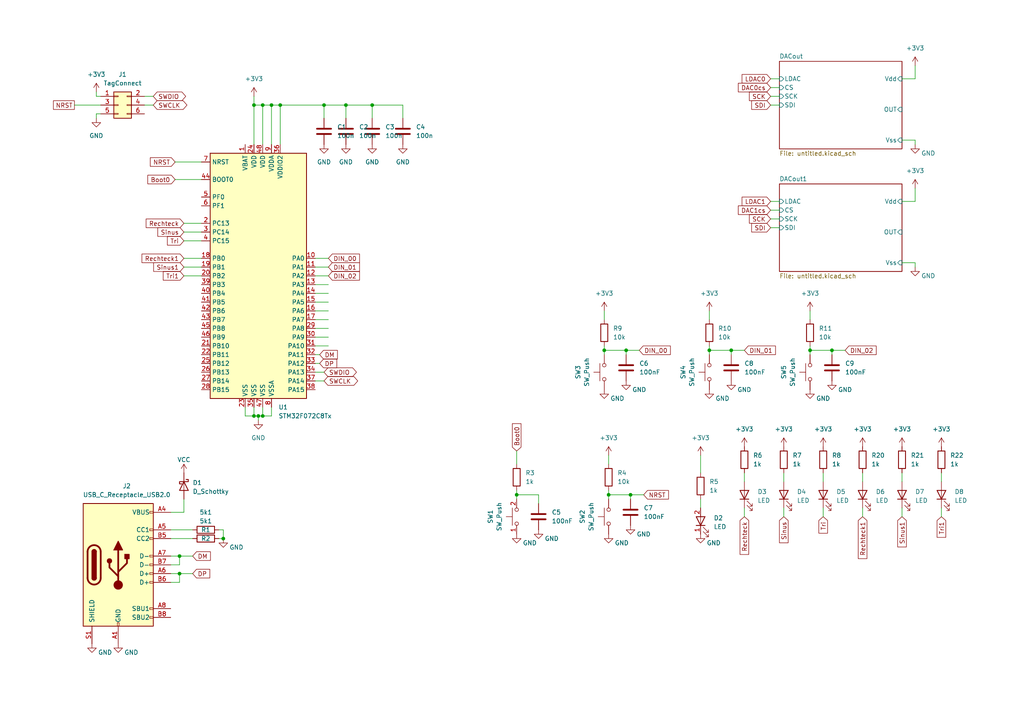
<source format=kicad_sch>
(kicad_sch (version 20231120) (generator "eeschema") (generator_version "8.0")
  (paper "A4")
  (lib_symbols
    (symbol "Connector:USB_C_Receptacle_USB2.0" (pin_names (offset 1.016))
      (property "Reference" "J" (at -10.16 19.05 0))
      (property "Value" "USB_C_Receptacle_USB2.0" (at 19.05 19.05 0))
      (symbol "USB_C_Receptacle_USB2.0_0_0"
        (rectangle (start -0.254 -17.78) (end 0.254 -16.764))
        (rectangle (start 10.16 -14.986) (end 9.144 -15.494))
        (rectangle (start 10.16 -12.446) (end 9.144 -12.954))
        (rectangle (start 10.16 -4.826) (end 9.144 -5.334))
        (rectangle (start 10.16 -2.286) (end 9.144 -2.794))
        (rectangle (start 10.16 0.254) (end 9.144 -0.254))
        (rectangle (start 10.16 2.794) (end 9.144 2.286))
        (rectangle (start 10.16 7.874) (end 9.144 7.366))
        (rectangle (start 10.16 10.414) (end 9.144 9.906))
        (rectangle (start 10.16 15.494) (end 9.144 14.986))
      )
      (symbol "USB_C_Receptacle_USB2.0_0_1"
        (rectangle (start -10.16 17.78) (end 10.16 -17.78) (stroke (width 0.254)) (fill (type background)))
        (arc (start -8.89 -3.81) (mid -6.985 -5.7067) (end -5.08 -3.81) (stroke (width 0.508)))
        (arc (start -7.62 -3.81) (mid -6.985 -4.4423) (end -6.35 -3.81) (stroke (width 0.254)))
        (arc (start -7.62 -3.81) (mid -6.985 -4.4423) (end -6.35 -3.81) (stroke (width 0.254)) (fill (type outline)))
        (rectangle (start -7.62 -3.81) (end -6.35 3.81) (stroke (width 0.254)) (fill (type outline)))
        (arc (start -6.35 3.81) (mid -6.985 4.4423) (end -7.62 3.81) (stroke (width 0.254)))
        (arc (start -6.35 3.81) (mid -6.985 4.4423) (end -7.62 3.81) (stroke (width 0.254)) (fill (type outline)))
        (arc (start -5.08 3.81) (mid -6.985 5.7067) (end -8.89 3.81) (stroke (width 0.508)))
        (circle (center -2.54 1.143) (radius 0.635) (stroke (width 0.254)) (fill (type outline)))
        (circle (center 0 -5.842) (radius 1.27) (fill (type outline)))
        (polyline (pts (xy -8.89 -3.81) (xy -8.89 3.81)) (stroke (width 0.508)))
        (polyline (pts (xy -5.08 3.81) (xy -5.08 -3.81)) (stroke (width 0.508)))
        (polyline (pts (xy 0 -5.842) (xy 0 4.318)) (stroke (width 0.508)))
        (polyline (pts (xy 0 -3.302) (xy -2.54 -0.762) (xy -2.54 0.508)) (stroke (width 0.508)))
        (polyline (pts (xy 0 -2.032) (xy 2.54 0.508) (xy 2.54 1.778)) (stroke (width 0.508)))
        (polyline (pts (xy -1.27 4.318) (xy 0 6.858) (xy 1.27 4.318) (xy -1.27 4.318)) (stroke (width 0.254)) (fill (type outline)))
        (rectangle (start 1.905 1.778) (end 3.175 3.048) (stroke (width 0.254)) (fill (type outline)))
      )
      (symbol "USB_C_Receptacle_USB2.0_1_1"
        (pin passive line (at 0 -22.86 90) (length 5.08) (name "GND") (number "A1"))
        (pin passive line (at 0 -22.86 90) (length 5.08) hide (name "GND") (number "A12"))
        (pin passive line (at 15.24 15.24 180) (length 5.08) (name "VBUS") (number "A4"))
        (pin bidirectional line (at 15.24 10.16 180) (length 5.08) (name "CC1") (number "A5"))
        (pin bidirectional line (at 15.24 -2.54 180) (length 5.08) (name "D+") (number "A6"))
        (pin bidirectional line (at 15.24 2.54 180) (length 5.08) (name "D-") (number "A7"))
        (pin bidirectional line (at 15.24 -12.7 180) (length 5.08) (name "SBU1") (number "A8"))
        (pin passive line (at 15.24 15.24 180) (length 5.08) hide (name "VBUS") (number "A9"))
        (pin passive line (at 0 -22.86 90) (length 5.08) hide (name "GND") (number "B1"))
        (pin passive line (at 0 -22.86 90) (length 5.08) hide (name "GND") (number "B12"))
        (pin passive line (at 15.24 15.24 180) (length 5.08) hide (name "VBUS") (number "B4"))
        (pin bidirectional line (at 15.24 7.62 180) (length 5.08) (name "CC2") (number "B5"))
        (pin bidirectional line (at 15.24 -5.08 180) (length 5.08) (name "D+") (number "B6"))
        (pin bidirectional line (at 15.24 0 180) (length 5.08) (name "D-") (number "B7"))
        (pin bidirectional line (at 15.24 -15.24 180) (length 5.08) (name "SBU2") (number "B8"))
        (pin passive line (at 15.24 15.24 180) (length 5.08) hide (name "VBUS") (number "B9"))
        (pin passive line (at -7.62 -22.86 90) (length 5.08) (name "SHIELD") (number "S1"))
      )
    )
    (symbol "Connector_Generic:Conn_02x03_Odd_Even" (pin_names (offset 1.016) hide)
      (property "Reference" "J" (at 1.27 5.08 0))
      (property "Value" "Conn_02x03_Odd_Even" (at 1.27 -5.08 0))
      (symbol "Conn_02x03_Odd_Even_1_1"
        (rectangle (start -1.27 -2.413) (end 0 -2.667) (stroke (width 0.1524)))
        (rectangle (start -1.27 0.127) (end 0 -0.127) (stroke (width 0.1524)))
        (rectangle (start -1.27 2.667) (end 0 2.413) (stroke (width 0.1524)))
        (rectangle (start -1.27 3.81) (end 3.81 -3.81) (stroke (width 0.254)) (fill (type background)))
        (rectangle (start 3.81 -2.413) (end 2.54 -2.667) (stroke (width 0.1524)))
        (rectangle (start 3.81 0.127) (end 2.54 -0.127) (stroke (width 0.1524)))
        (rectangle (start 3.81 2.667) (end 2.54 2.413) (stroke (width 0.1524)))
        (pin passive line (at -5.08 2.54 0) (length 3.81) (name "Pin_1") (number "1"))
        (pin passive line (at 7.62 2.54 180) (length 3.81) (name "Pin_2") (number "2"))
        (pin passive line (at -5.08 0 0) (length 3.81) (name "Pin_3") (number "3"))
        (pin passive line (at 7.62 0 180) (length 3.81) (name "Pin_4") (number "4"))
        (pin passive line (at -5.08 -2.54 0) (length 3.81) (name "Pin_5") (number "5"))
        (pin passive line (at 7.62 -2.54 180) (length 3.81) (name "Pin_6") (number "6"))
      )
    )
    (symbol "Device:C" (pin_numbers hide) (pin_names (offset 0.254))
      (property "Reference" "C" (at 0.635 2.54 0))
      (property "Value" "C" (at 0.635 -2.54 0))
      (symbol "C_0_1"
        (polyline (pts (xy -2.032 -0.762) (xy 2.032 -0.762)) (stroke (width 0.508)))
        (polyline (pts (xy -2.032 0.762) (xy 2.032 0.762)) (stroke (width 0.508)))
      )
      (symbol "C_1_1"
        (pin passive line (at 0 3.81 270) (length 2.794) (name "~") (number "1"))
        (pin passive line (at 0 -3.81 90) (length 2.794) (name "~") (number "2"))
      )
    )
    (symbol "Device:D_Schottky" (pin_numbers hide) (pin_names (offset 1.016) hide)
      (property "Reference" "D" (at 0 2.54 0))
      (property "Value" "D_Schottky" (at 0 -2.54 0))
      (symbol "D_Schottky_0_1"
        (polyline (pts (xy 1.27 0) (xy -1.27 0)))
        (polyline (pts (xy 1.27 1.27) (xy 1.27 -1.27) (xy -1.27 0) (xy 1.27 1.27)) (stroke (width 0.254)))
        (polyline (pts (xy -1.905 0.635) (xy -1.905 1.27) (xy -1.27 1.27) (xy -1.27 -1.27) (xy -0.635 -1.27) (xy -0.635 -0.635)) (stroke (width 0.254)))
      )
      (symbol "D_Schottky_1_1"
        (pin passive line (at -3.81 0 0) (length 2.54) (name "K") (number "1"))
        (pin passive line (at 3.81 0 180) (length 2.54) (name "A") (number "2"))
      )
    )
    (symbol "Device:LED" (pin_numbers hide) (pin_names (offset 1.016) hide)
      (property "Reference" "D" (at 0 2.54 0))
      (property "Value" "LED" (at 0 -2.54 0))
      (symbol "LED_0_1"
        (polyline (pts (xy -1.27 -1.27) (xy -1.27 1.27)) (stroke (width 0.254)))
        (polyline (pts (xy -1.27 0) (xy 1.27 0)))
        (polyline (pts (xy 1.27 -1.27) (xy 1.27 1.27) (xy -1.27 0) (xy 1.27 -1.27)) (stroke (width 0.254)))
        (polyline (pts (xy -3.048 -0.762) (xy -4.572 -2.286) (xy -3.81 -2.286) (xy -4.572 -2.286) (xy -4.572 -1.524)))
        (polyline (pts (xy -1.778 -0.762) (xy -3.302 -2.286) (xy -2.54 -2.286) (xy -3.302 -2.286) (xy -3.302 -1.524)))
      )
      (symbol "LED_1_1"
        (pin passive line (at -3.81 0 0) (length 2.54) (name "K") (number "1"))
        (pin passive line (at 3.81 0 180) (length 2.54) (name "A") (number "2"))
      )
    )
    (symbol "Device:R" (pin_numbers hide) (pin_names (offset 0))
      (property "Reference" "R" (at 2.032 0 90))
      (property "Value" "R" (at 0 0 90))
      (symbol "R_0_1"
        (rectangle (start -1.016 -2.54) (end 1.016 2.54) (stroke (width 0.254)))
      )
      (symbol "R_1_1"
        (pin passive line (at 0 3.81 270) (length 1.27) (name "~") (number "1"))
        (pin passive line (at 0 -3.81 90) (length 1.27) (name "~") (number "2"))
      )
    )
    (symbol "LED_1" (pin_names (offset 1.016) hide)
      (property "Reference" "D" (at 0 2.54 0))
      (property "Value" "LED_1" (at 0 -2.54 0))
      (symbol "LED_1_0_1"
        (polyline (pts (xy -1.27 -1.27) (xy -1.27 1.27)) (stroke (width 0.254)))
        (polyline (pts (xy -1.27 0) (xy 1.27 0)))
        (polyline (pts (xy 1.27 -1.27) (xy 1.27 1.27) (xy -1.27 0) (xy 1.27 -1.27)) (stroke (width 0.254)))
        (polyline (pts (xy -3.048 -0.762) (xy -4.572 -2.286) (xy -3.81 -2.286) (xy -4.572 -2.286) (xy -4.572 -1.524)))
        (polyline (pts (xy -1.778 -0.762) (xy -3.302 -2.286) (xy -2.54 -2.286) (xy -3.302 -2.286) (xy -3.302 -1.524)))
      )
      (symbol "LED_1_1_1"
        (pin passive line (at -3.81 0 0) (length 2.54) (name "K") (number "1"))
        (pin passive line (at 3.81 0 180) (length 2.54) (name "A") (number "2"))
      )
    )
    (symbol "MCU_ST_STM32F0:STM32F072C8Tx"
      (property "Reference" "U" (at -15.24 36.83 0))
      (property "Value" "STM32F072C8Tx" (at 7.62 36.83 0))
      (symbol "STM32F072C8Tx_0_1"
        (rectangle (start -15.24 -35.56) (end 12.7 35.56) (stroke (width 0.254)) (fill (type background)))
      )
      (symbol "STM32F072C8Tx_1_1"
        (pin power_in line (at -5.08 38.1 270) (length 2.54) (name "VBAT") (number "1"))
        (pin bidirectional line (at 15.24 5.08 180) (length 2.54) (name "PA0") (number "10"))
        (pin bidirectional line (at 15.24 2.54 180) (length 2.54) (name "PA1") (number "11"))
        (pin bidirectional line (at 15.24 0 180) (length 2.54) (name "PA2") (number "12"))
        (pin bidirectional line (at 15.24 -2.54 180) (length 2.54) (name "PA3") (number "13"))
        (pin bidirectional line (at 15.24 -5.08 180) (length 2.54) (name "PA4") (number "14"))
        (pin bidirectional line (at 15.24 -7.62 180) (length 2.54) (name "PA5") (number "15"))
        (pin bidirectional line (at 15.24 -10.16 180) (length 2.54) (name "PA6") (number "16"))
        (pin bidirectional line (at 15.24 -12.7 180) (length 2.54) (name "PA7") (number "17"))
        (pin bidirectional line (at -17.78 5.08 0) (length 2.54) (name "PB0") (number "18"))
        (pin bidirectional line (at -17.78 2.54 0) (length 2.54) (name "PB1") (number "19"))
        (pin bidirectional line (at -17.78 15.24 0) (length 2.54) (name "PC13") (number "2"))
        (pin bidirectional line (at -17.78 0 0) (length 2.54) (name "PB2") (number "20"))
        (pin bidirectional line (at -17.78 -20.32 0) (length 2.54) (name "PB10") (number "21"))
        (pin bidirectional line (at -17.78 -22.86 0) (length 2.54) (name "PB11") (number "22"))
        (pin power_in line (at -5.08 -38.1 90) (length 2.54) (name "VSS") (number "23"))
        (pin power_in line (at -2.54 38.1 270) (length 2.54) (name "VDD") (number "24"))
        (pin bidirectional line (at -17.78 -25.4 0) (length 2.54) (name "PB12") (number "25"))
        (pin bidirectional line (at -17.78 -27.94 0) (length 2.54) (name "PB13") (number "26"))
        (pin bidirectional line (at -17.78 -30.48 0) (length 2.54) (name "PB14") (number "27"))
        (pin bidirectional line (at -17.78 -33.02 0) (length 2.54) (name "PB15") (number "28"))
        (pin bidirectional line (at 15.24 -15.24 180) (length 2.54) (name "PA8") (number "29"))
        (pin bidirectional line (at -17.78 12.7 0) (length 2.54) (name "PC14") (number "3"))
        (pin bidirectional line (at 15.24 -17.78 180) (length 2.54) (name "PA9") (number "30"))
        (pin bidirectional line (at 15.24 -20.32 180) (length 2.54) (name "PA10") (number "31"))
        (pin bidirectional line (at 15.24 -22.86 180) (length 2.54) (name "PA11") (number "32"))
        (pin bidirectional line (at 15.24 -25.4 180) (length 2.54) (name "PA12") (number "33"))
        (pin bidirectional line (at 15.24 -27.94 180) (length 2.54) (name "PA13") (number "34"))
        (pin power_in line (at -2.54 -38.1 90) (length 2.54) (name "VSS") (number "35"))
        (pin power_in line (at 5.08 38.1 270) (length 2.54) (name "VDDIO2") (number "36"))
        (pin bidirectional line (at 15.24 -30.48 180) (length 2.54) (name "PA14") (number "37"))
        (pin bidirectional line (at 15.24 -33.02 180) (length 2.54) (name "PA15") (number "38"))
        (pin bidirectional line (at -17.78 -2.54 0) (length 2.54) (name "PB3") (number "39"))
        (pin bidirectional line (at -17.78 10.16 0) (length 2.54) (name "PC15") (number "4"))
        (pin bidirectional line (at -17.78 -5.08 0) (length 2.54) (name "PB4") (number "40"))
        (pin bidirectional line (at -17.78 -7.62 0) (length 2.54) (name "PB5") (number "41"))
        (pin bidirectional line (at -17.78 -10.16 0) (length 2.54) (name "PB6") (number "42"))
        (pin bidirectional line (at -17.78 -12.7 0) (length 2.54) (name "PB7") (number "43"))
        (pin input line (at -17.78 27.94 0) (length 2.54) (name "BOOT0") (number "44"))
        (pin bidirectional line (at -17.78 -15.24 0) (length 2.54) (name "PB8") (number "45"))
        (pin bidirectional line (at -17.78 -17.78 0) (length 2.54) (name "PB9") (number "46"))
        (pin power_in line (at 0 -38.1 90) (length 2.54) (name "VSS") (number "47"))
        (pin power_in line (at 0 38.1 270) (length 2.54) (name "VDD") (number "48"))
        (pin input line (at -17.78 22.86 0) (length 2.54) (name "PF0") (number "5"))
        (pin input line (at -17.78 20.32 0) (length 2.54) (name "PF1") (number "6"))
        (pin input line (at -17.78 33.02 0) (length 2.54) (name "NRST") (number "7"))
        (pin power_in line (at 2.54 -38.1 90) (length 2.54) (name "VSSA") (number "8"))
        (pin power_in line (at 2.54 38.1 270) (length 2.54) (name "VDDA") (number "9"))
      )
    )
    (symbol "SW_Push_1" (pin_names (offset 1.016) hide)
      (property "Reference" "SW" (at 1.27 2.54 0))
      (property "Value" "SW_Push_1" (at 0 -1.524 0))
      (symbol "SW_Push_1_0_1"
        (circle (center -2.032 0) (radius 0.508))
        (polyline (pts (xy 0 1.27) (xy 0 3.048)))
        (polyline (pts (xy 2.54 1.27) (xy -2.54 1.27)))
        (circle (center 2.032 0) (radius 0.508))
        (pin passive line (at -5.08 0 0) (length 2.54) (name "1") (number "1"))
        (pin passive line (at 5.08 0 180) (length 2.54) (name "2") (number "2"))
      )
    )
    (symbol "Switch:SW_Push" (pin_numbers hide) (pin_names (offset 1.016) hide)
      (property "Reference" "SW" (at 1.27 2.54 0))
      (property "Value" "SW_Push" (at 0 -1.524 0))
      (symbol "SW_Push_0_1"
        (circle (center -2.032 0) (radius 0.508))
        (polyline (pts (xy 0 1.27) (xy 0 3.048)))
        (polyline (pts (xy 2.54 1.27) (xy -2.54 1.27)))
        (circle (center 2.032 0) (radius 0.508))
        (pin passive line (at -5.08 0 0) (length 2.54) (name "1") (number "1"))
        (pin passive line (at 5.08 0 180) (length 2.54) (name "2") (number "2"))
      )
    )
    (symbol "power:+3.3V" (power) (pin_names (offset 0))
      (property "Value" "+3.3V" (at 0 3.556 0))
      (symbol "+3.3V_0_1"
        (polyline (pts (xy -0.762 1.27) (xy 0 2.54)))
        (polyline (pts (xy 0 0) (xy 0 2.54)))
        (polyline (pts (xy 0 2.54) (xy 0.762 1.27)))
      )
      (symbol "+3.3V_1_1"
        (pin power_in line (at 0 0 90) (length 0) hide (name "+3V3") (number "1"))
      )
    )
    (symbol "power:+3V3" (power) (pin_names (offset 0))
      (property "Value" "+3V3" (at 0 3.556 0))
      (symbol "+3V3_0_1"
        (polyline (pts (xy -0.762 1.27) (xy 0 2.54)))
        (polyline (pts (xy 0 0) (xy 0 2.54)))
        (polyline (pts (xy 0 2.54) (xy 0.762 1.27)))
      )
      (symbol "+3V3_1_1"
        (pin power_in line (at 0 0 90) (length 0) hide (name "+3V3") (number "1"))
      )
    )
    (symbol "power:GND" (power) (pin_names (offset 0))
      (property "Value" "GND" (at 0 -3.81 0))
      (symbol "GND_0_1"
        (polyline (pts (xy 0 0) (xy 0 -1.27) (xy 1.27 -1.27) (xy 0 -2.54) (xy -1.27 -1.27) (xy 0 -1.27)))
      )
      (symbol "GND_1_1"
        (pin power_in line (at 0 0 270) (length 0) hide (name "GND") (number "1"))
      )
    )
    (symbol "power:VCC" (power) (pin_names (offset 0))
      (property "Value" "VCC" (at 0 3.81 0))
      (symbol "VCC_0_1"
        (polyline (pts (xy -0.762 1.27) (xy 0 2.54)))
        (polyline (pts (xy 0 0) (xy 0 2.54)))
        (polyline (pts (xy 0 2.54) (xy 0.762 1.27)))
      )
      (symbol "VCC_1_1"
        (pin power_in line (at 0 0 90) (length 0) hide (name "VCC") (number "1"))
      )
    )
  )
  (junction (at 205.74 101.6))
  (junction (at 76.2 120.65))
  (junction (at 73.66 120.65))
  (junction (at 76.2 30.48))
  (junction (at 64.77 156.21))
  (junction (at 234.95 101.6))
  (junction (at 100.33 30.48))
  (junction (at 175.26 101.6))
  (junction (at 73.66 30.48))
  (junction (at 78.74 30.48))
  (junction (at 81.28 30.48))
  (junction (at 52.07 166.37))
  (junction (at 93.98 30.48))
  (junction (at 176.53 143.51))
  (junction (at 149.86 143.51))
  (junction (at 52.07 161.29))
  (junction (at 241.3 101.6))
  (junction (at 212.09 101.6))
  (junction (at 182.88 143.51))
  (junction (at 74.93 120.65))
  (junction (at 107.95 30.48))
  (junction (at 181.61 101.6))
  (wire (pts (xy 76.2 30.48) (xy 78.74 30.48)))
  (wire (pts (xy 93.98 30.48) (xy 100.33 30.48)))
  (wire (pts (xy 41.91 30.48) (xy 44.45 30.48)))
  (wire (pts (xy 76.2 30.48) (xy 76.2 41.91)))
  (wire (pts (xy 76.2 118.11) (xy 76.2 120.65)))
  (wire (pts (xy 175.26 90.17) (xy 175.26 92.71)))
  (wire (pts (xy 64.77 153.67) (xy 64.77 156.21)))
  (wire (pts (xy 273.05 137.16) (xy 273.05 139.7)))
  (wire (pts (xy 238.76 137.16) (xy 238.76 139.7)))
  (wire (pts (xy 49.53 148.59) (xy 53.34 148.59)))
  (wire (pts (xy 116.84 30.48) (xy 116.84 34.29)))
  (wire (pts (xy 203.2 132.08) (xy 203.2 137.16)))
  (wire (pts (xy 265.43 22.86) (xy 261.62 22.86)))
  (wire (pts (xy 81.28 30.48) (xy 93.98 30.48)))
  (wire (pts (xy 176.53 143.51) (xy 176.53 144.78)))
  (wire (pts (xy 149.86 142.24) (xy 149.86 143.51)))
  (wire (pts (xy 73.66 118.11) (xy 73.66 120.65)))
  (wire (pts (xy 27.94 27.94) (xy 27.94 26.67)))
  (wire (pts (xy 212.09 101.6) (xy 215.9 101.6)))
  (wire (pts (xy 49.53 166.37) (xy 52.07 166.37)))
  (wire (pts (xy 205.74 101.6) (xy 205.74 102.87)))
  (wire (pts (xy 261.62 137.16) (xy 261.62 139.7)))
  (wire (pts (xy 175.26 101.6) (xy 175.26 102.87)))
  (wire (pts (xy 53.34 144.78) (xy 53.34 148.59)))
  (wire (pts (xy 175.26 100.33) (xy 175.26 101.6)))
  (wire (pts (xy 181.61 101.6) (xy 181.61 102.87)))
  (wire (pts (xy 95.25 74.93) (xy 91.44 74.93)))
  (wire (pts (xy 215.9 149.86) (xy 215.9 147.32)))
  (wire (pts (xy 91.44 102.87) (xy 92.71 102.87)))
  (wire (pts (xy 53.34 64.77) (xy 58.42 64.77)))
  (wire (pts (xy 50.8 46.99) (xy 58.42 46.99)))
  (wire (pts (xy 107.95 30.48) (xy 107.95 34.29)))
  (wire (pts (xy 63.5 156.21) (xy 64.77 156.21)))
  (wire (pts (xy 49.53 163.83) (xy 52.07 163.83)))
  (wire (pts (xy 53.34 77.47) (xy 58.42 77.47)))
  (wire (pts (xy 95.25 80.01) (xy 91.44 80.01)))
  (wire (pts (xy 95.25 85.09) (xy 91.44 85.09)))
  (wire (pts (xy 100.33 30.48) (xy 100.33 34.29)))
  (wire (pts (xy 176.53 142.24) (xy 176.53 143.51)))
  (wire (pts (xy 49.53 156.21) (xy 55.88 156.21)))
  (wire (pts (xy 234.95 100.33) (xy 234.95 101.6)))
  (wire (pts (xy 95.25 92.71) (xy 91.44 92.71)))
  (wire (pts (xy 182.88 143.51) (xy 182.88 144.78)))
  (wire (pts (xy 212.09 101.6) (xy 212.09 102.87)))
  (wire (pts (xy 203.2 144.78) (xy 203.2 147.32)))
  (wire (pts (xy 95.25 95.25) (xy 91.44 95.25)))
  (wire (pts (xy 215.9 137.16) (xy 215.9 139.7)))
  (wire (pts (xy 273.05 149.86) (xy 273.05 147.32)))
  (wire (pts (xy 261.62 76.2) (xy 265.43 76.2)))
  (wire (pts (xy 76.2 120.65) (xy 78.74 120.65)))
  (wire (pts (xy 238.76 149.86) (xy 238.76 147.32)))
  (wire (pts (xy 73.66 30.48) (xy 73.66 41.91)))
  (wire (pts (xy 73.66 30.48) (xy 76.2 30.48)))
  (wire (pts (xy 91.44 110.49) (xy 93.98 110.49)))
  (wire (pts (xy 100.33 30.48) (xy 107.95 30.48)))
  (wire (pts (xy 27.94 33.02) (xy 27.94 34.29)))
  (wire (pts (xy 250.19 137.16) (xy 250.19 139.7)))
  (wire (pts (xy 93.98 30.48) (xy 93.98 34.29)))
  (wire (pts (xy 49.53 153.67) (xy 55.88 153.67)))
  (wire (pts (xy 74.93 120.65) (xy 74.93 121.92)))
  (wire (pts (xy 95.25 97.79) (xy 91.44 97.79)))
  (wire (pts (xy 95.25 82.55) (xy 91.44 82.55)))
  (wire (pts (xy 71.12 120.65) (xy 73.66 120.65)))
  (wire (pts (xy 95.25 87.63) (xy 91.44 87.63)))
  (wire (pts (xy 29.21 27.94) (xy 27.94 27.94)))
  (wire (pts (xy 227.33 137.16) (xy 227.33 139.7)))
  (wire (pts (xy 176.53 143.51) (xy 182.88 143.51)))
  (wire (pts (xy 78.74 118.11) (xy 78.74 120.65)))
  (wire (pts (xy 149.86 130.81) (xy 149.86 134.62)))
  (wire (pts (xy 58.42 52.07) (xy 50.8 52.07)))
  (wire (pts (xy 227.33 149.86) (xy 227.33 147.32)))
  (wire (pts (xy 265.43 58.42) (xy 261.62 58.42)))
  (wire (pts (xy 250.19 149.86) (xy 250.19 147.32)))
  (wire (pts (xy 74.93 120.65) (xy 76.2 120.65)))
  (wire (pts (xy 53.34 74.93) (xy 58.42 74.93)))
  (wire (pts (xy 21.59 30.48) (xy 29.21 30.48)))
  (wire (pts (xy 261.62 40.64) (xy 265.43 40.64)))
  (wire (pts (xy 73.66 120.65) (xy 74.93 120.65)))
  (wire (pts (xy 265.43 76.2) (xy 265.43 77.47)))
  (wire (pts (xy 81.28 30.48) (xy 81.28 41.91)))
  (wire (pts (xy 52.07 161.29) (xy 55.88 161.29)))
  (wire (pts (xy 241.3 101.6) (xy 245.11 101.6)))
  (wire (pts (xy 78.74 30.48) (xy 81.28 30.48)))
  (wire (pts (xy 49.53 168.91) (xy 52.07 168.91)))
  (wire (pts (xy 49.53 161.29) (xy 52.07 161.29)))
  (wire (pts (xy 265.43 54.61) (xy 265.43 58.42)))
  (wire (pts (xy 205.74 100.33) (xy 205.74 101.6)))
  (wire (pts (xy 234.95 90.17) (xy 234.95 92.71)))
  (wire (pts (xy 52.07 163.83) (xy 52.07 161.29)))
  (wire (pts (xy 53.34 67.31) (xy 58.42 67.31)))
  (wire (pts (xy 223.52 63.5) (xy 226.06 63.5)))
  (wire (pts (xy 156.21 146.05) (xy 156.21 143.51)))
  (wire (pts (xy 53.34 80.01) (xy 58.42 80.01)))
  (wire (pts (xy 223.52 60.96) (xy 226.06 60.96)))
  (wire (pts (xy 182.88 143.51) (xy 186.69 143.51)))
  (wire (pts (xy 181.61 101.6) (xy 185.42 101.6)))
  (wire (pts (xy 73.66 27.94) (xy 73.66 30.48)))
  (wire (pts (xy 156.21 143.51) (xy 149.86 143.51)))
  (wire (pts (xy 63.5 153.67) (xy 64.77 153.67)))
  (wire (pts (xy 223.52 58.42) (xy 226.06 58.42)))
  (wire (pts (xy 91.44 107.95) (xy 93.98 107.95)))
  (wire (pts (xy 205.74 101.6) (xy 212.09 101.6)))
  (wire (pts (xy 29.21 33.02) (xy 27.94 33.02)))
  (wire (pts (xy 265.43 19.05) (xy 265.43 22.86)))
  (wire (pts (xy 91.44 105.41) (xy 92.71 105.41)))
  (wire (pts (xy 223.52 66.04) (xy 226.06 66.04)))
  (wire (pts (xy 95.25 100.33) (xy 91.44 100.33)))
  (wire (pts (xy 175.26 101.6) (xy 181.61 101.6)))
  (wire (pts (xy 41.91 27.94) (xy 44.45 27.94)))
  (wire (pts (xy 95.25 77.47) (xy 91.44 77.47)))
  (wire (pts (xy 52.07 166.37) (xy 55.88 166.37)))
  (wire (pts (xy 107.95 30.48) (xy 116.84 30.48)))
  (wire (pts (xy 261.62 149.86) (xy 261.62 147.32)))
  (wire (pts (xy 78.74 30.48) (xy 78.74 41.91)))
  (wire (pts (xy 149.86 143.51) (xy 149.86 144.78)))
  (wire (pts (xy 223.52 27.94) (xy 226.06 27.94)))
  (wire (pts (xy 53.34 69.85) (xy 58.42 69.85)))
  (wire (pts (xy 223.52 22.86) (xy 226.06 22.86)))
  (wire (pts (xy 265.43 40.64) (xy 265.43 41.91)))
  (wire (pts (xy 223.52 25.4) (xy 226.06 25.4)))
  (wire (pts (xy 71.12 118.11) (xy 71.12 120.65)))
  (wire (pts (xy 205.74 90.17) (xy 205.74 92.71)))
  (wire (pts (xy 176.53 132.08) (xy 176.53 134.62)))
  (wire (pts (xy 95.25 90.17) (xy 91.44 90.17)))
  (wire (pts (xy 223.52 30.48) (xy 226.06 30.48)))
  (wire (pts (xy 241.3 101.6) (xy 241.3 102.87)))
  (wire (pts (xy 234.95 101.6) (xy 241.3 101.6)))
  (wire (pts (xy 234.95 101.6) (xy 234.95 102.87)))
  (wire (pts (xy 52.07 168.91) (xy 52.07 166.37)))
  (global_label "Sinus" (shape input) (at 53.34 67.31 180) (property "Intersheetrefs" "${INTERSHEET_REFS}" (effects (hide yes))))
  (global_label "Boot0" (shape input) (at 149.86 130.81 90) (property "Intersheetrefs" "${INTERSHEET_REFS}" (effects (hide yes))))
  (global_label "Rechteck" (shape input) (at 215.9 149.86 270) (property "Intersheetrefs" "${INTERSHEET_REFS}" (effects (hide yes))))
  (global_label "NRST" (shape input) (at 186.69 143.51 0) (property "Intersheetrefs" "${INTERSHEET_REFS}" (effects (hide yes))))
  (global_label "LDAC0" (shape input) (at 223.52 22.86 180) (property "Intersheetrefs" "${INTERSHEET_REFS}" (effects (hide yes))))
  (global_label "DIN_02" (shape input) (at 245.11 101.6 0) (property "Intersheetrefs" "${INTERSHEET_REFS}" (effects (hide yes))))
  (global_label "NRST" (shape passive) (at 21.59 30.48 180) (property "Intersheetrefs" "${INTERSHEET_REFS}" (effects (hide yes))))
  (global_label "DAC0cs" (shape input) (at 223.52 25.4 180) (property "Intersheetrefs" "${INTERSHEET_REFS}" (effects (hide yes))))
  (global_label "Tri" (shape input) (at 238.76 149.86 270) (property "Intersheetrefs" "${INTERSHEET_REFS}" (effects (hide yes))))
  (global_label "DAC1cs" (shape input) (at 223.52 60.96 180) (property "Intersheetrefs" "${INTERSHEET_REFS}" (effects (hide yes))))
  (global_label "Boot0" (shape input) (at 50.8 52.07 180) (property "Intersheetrefs" "${INTERSHEET_REFS}" (effects (hide yes))))
  (global_label "SWCLK" (shape bidirectional) (at 44.45 30.48 0) (property "Intersheetrefs" "${INTERSHEET_REFS}" (effects (hide yes))))
  (global_label "SDI" (shape input) (at 223.52 30.48 180) (property "Intersheetrefs" "${INTERSHEET_REFS}" (effects (hide yes))))
  (global_label "Rechteck" (shape input) (at 53.34 64.77 180) (property "Intersheetrefs" "${INTERSHEET_REFS}" (effects (hide yes))))
  (global_label "DIN_00" (shape input) (at 95.25 74.93 0) (property "Intersheetrefs" "${INTERSHEET_REFS}" (effects (hide yes))))
  (global_label "DM" (shape input) (at 55.88 161.29 0) (property "Intersheetrefs" "${INTERSHEET_REFS}" (effects (hide yes))))
  (global_label "DIN_01" (shape input) (at 95.25 77.47 0) (property "Intersheetrefs" "${INTERSHEET_REFS}" (effects (hide yes))))
  (global_label "SWDIO" (shape bidirectional) (at 44.45 27.94 0) (property "Intersheetrefs" "${INTERSHEET_REFS}" (effects (hide yes))))
  (global_label "Sinus1" (shape input) (at 53.34 77.47 180) (property "Intersheetrefs" "${INTERSHEET_REFS}" (effects (hide yes))))
  (global_label "Sinus" (shape input) (at 227.33 149.86 270) (property "Intersheetrefs" "${INTERSHEET_REFS}" (effects (hide yes))))
  (global_label "LDAC1" (shape input) (at 223.52 58.42 180) (property "Intersheetrefs" "${INTERSHEET_REFS}" (effects (hide yes))))
  (global_label "SCK" (shape input) (at 223.52 27.94 180) (property "Intersheetrefs" "${INTERSHEET_REFS}" (effects (hide yes))))
  (global_label "DIN_01" (shape input) (at 215.9 101.6 0) (property "Intersheetrefs" "${INTERSHEET_REFS}" (effects (hide yes))))
  (global_label "Tri1" (shape input) (at 53.34 80.01 180) (property "Intersheetrefs" "${INTERSHEET_REFS}" (effects (hide yes))))
  (global_label "Tri1" (shape input) (at 273.05 149.86 270) (property "Intersheetrefs" "${INTERSHEET_REFS}" (effects (hide yes))))
  (global_label "Rechteck1" (shape input) (at 53.34 74.93 180) (property "Intersheetrefs" "${INTERSHEET_REFS}" (effects (hide yes))))
  (global_label "SWCLK" (shape bidirectional) (at 93.98 110.49 0) (property "Intersheetrefs" "${INTERSHEET_REFS}" (effects (hide yes))))
  (global_label "DP" (shape input) (at 55.88 166.37 0) (property "Intersheetrefs" "${INTERSHEET_REFS}" (effects (hide yes))))
  (global_label "SCK" (shape input) (at 223.52 63.5 180) (property "Intersheetrefs" "${INTERSHEET_REFS}" (effects (hide yes))))
  (global_label "DM" (shape input) (at 92.71 102.87 0) (property "Intersheetrefs" "${INTERSHEET_REFS}" (effects (hide yes))))
  (global_label "Rechteck1" (shape input) (at 250.19 149.86 270) (property "Intersheetrefs" "${INTERSHEET_REFS}" (effects (hide yes))))
  (global_label "SDI" (shape input) (at 223.52 66.04 180) (property "Intersheetrefs" "${INTERSHEET_REFS}" (effects (hide yes))))
  (global_label "Tri" (shape input) (at 53.34 69.85 180) (property "Intersheetrefs" "${INTERSHEET_REFS}" (effects (hide yes))))
  (global_label "Sinus1" (shape input) (at 261.62 149.86 270) (property "Intersheetrefs" "${INTERSHEET_REFS}" (effects (hide yes))))
  (global_label "SWDIO" (shape bidirectional) (at 93.98 107.95 0) (property "Intersheetrefs" "${INTERSHEET_REFS}" (effects (hide yes))))
  (global_label "DP" (shape input) (at 92.71 105.41 0) (property "Intersheetrefs" "${INTERSHEET_REFS}" (effects (hide yes))))
  (global_label "DIN_02" (shape input) (at 95.25 80.01 0) (property "Intersheetrefs" "${INTERSHEET_REFS}" (effects (hide yes))))
  (global_label "NRST" (shape input) (at 50.8 46.99 180) (property "Intersheetrefs" "${INTERSHEET_REFS}" (effects (hide yes))))
  (global_label "DIN_00" (shape input) (at 185.42 101.6 0) (property "Intersheetrefs" "${INTERSHEET_REFS}" (effects (hide yes))))
  (symbol (lib_id "power:GND") (at 34.29 186.69 0) (unit 1)
    (property "Reference" "#PWR04" (effects (hide yes)))
    (property "Value" "GND" (at 38.1 189.23 0))
  )
  (symbol (lib_id "power:GND") (at 234.95 113.03 0) (unit 1)
    (property "Reference" "#PWR030" (effects (hide yes)))
    (property "Value" "GND" (at 238.76 115.57 0))
  )
  (symbol (lib_id "Device:LED") (at 227.33 143.51 90) (unit 1)
    (property "Reference" "D4" (at 231.14 142.6209 90) (effects (justify right)))
    (property "Value" "LED" (at 231.14 145.1609 90) (effects (justify right)))
    (property "Footprint" "LED_SMD:LED_0603_1608Metric" (effects (hide yes)))
  )
  (symbol (lib_id "Device:LED") (at 273.05 143.51 90) (unit 1)
    (property "Reference" "D8" (at 276.86 142.6209 90) (effects (justify right)))
    (property "Value" "LED" (at 276.86 145.1609 90) (effects (justify right)))
    (property "Footprint" "LED_SMD:LED_0603_1608Metric" (effects (hide yes)))
  )
  (symbol (lib_id "power:GND") (at 182.88 152.4 0) (unit 1)
    (property "Reference" "#PWR020" (effects (hide yes)))
    (property "Value" "GND" (at 186.69 154.94 0))
  )
  (symbol (lib_name "SW_Push_1") (lib_id "Switch:SW_Push") (at 149.86 149.86 90) (unit 1)
    (property "Reference" "SW1" (at 142.24 149.86 0))
    (property "Value" "SW_Push" (at 144.78 149.86 0))
    (property "Footprint" "Techbeard:TS24CA" (effects (hide yes)))
  )
  (symbol (lib_id "Device:R") (at 250.19 133.35 0) (unit 1)
    (property "Reference" "R20" (at 252.73 132.0799 0) (effects (justify left)))
    (property "Value" "1k" (at 252.73 134.6199 0) (effects (justify left)))
    (property "Footprint" "Resistor_SMD:R_0402_1005Metric" (effects (hide yes)))
  )
  (symbol (lib_id "Switch:SW_Push") (at 176.53 149.86 90) (unit 1)
    (property "Reference" "SW2" (at 168.91 149.86 0))
    (property "Value" "SW_Push" (at 171.45 149.86 0))
    (property "Footprint" "Techbeard:TS24CA" (effects (hide yes)))
  )
  (symbol (lib_id "Device:C") (at 116.84 38.1 0) (unit 1)
    (property "Reference" "C4" (at 120.65 36.8299 0) (effects (justify left)))
    (property "Value" "100n" (at 120.65 39.3699 0) (effects (justify left)))
    (property "Footprint" "Capacitor_SMD:C_0402_1005Metric" (effects (hide yes)))
  )
  (symbol (lib_id "Device:R") (at 149.86 138.43 0) (unit 1)
    (property "Reference" "R3" (at 152.4 137.1599 0) (effects (justify left)))
    (property "Value" "1k" (at 152.4 139.6999 0) (effects (justify left)))
    (property "Footprint" "Resistor_SMD:R_0402_1005Metric" (effects (hide yes)))
  )
  (symbol (lib_name "LED_1") (lib_id "Device:LED") (at 203.2 151.13 90) (unit 1)
    (property "Reference" "D2" (at 207.01 150.2409 90) (effects (justify right)))
    (property "Value" "LED" (at 207.01 152.7809 90) (effects (justify right)))
    (property "Footprint" "LED_SMD:LED_0603_1608Metric" (effects (hide yes)))
  )
  (symbol (lib_id "power:GND") (at 212.09 110.49 0) (unit 1)
    (property "Reference" "#PWR023" (effects (hide yes)))
    (property "Value" "GND" (at 215.9 113.03 0))
  )
  (symbol (lib_id "Device:R") (at 215.9 133.35 0) (unit 1)
    (property "Reference" "R6" (at 218.44 132.0799 0) (effects (justify left)))
    (property "Value" "1k" (at 218.44 134.6199 0) (effects (justify left)))
    (property "Footprint" "Resistor_SMD:R_0402_1005Metric" (effects (hide yes)))
  )
  (symbol (lib_id "power:+3V3") (at 73.66 27.94 0) (unit 1)
    (property "Reference" "#PWR07" (effects (hide yes)))
    (property "Value" "+3V3" (at 73.66 22.86 0))
  )
  (symbol (lib_id "Device:LED") (at 261.62 143.51 90) (unit 1)
    (property "Reference" "D7" (at 265.43 142.6209 90) (effects (justify right)))
    (property "Value" "LED" (at 265.43 145.1609 90) (effects (justify right)))
    (property "Footprint" "LED_SMD:LED_0603_1608Metric" (effects (hide yes)))
  )
  (symbol (lib_id "Device:C") (at 93.98 38.1 0) (unit 1)
    (property "Reference" "C1" (at 97.79 36.8299 0) (effects (justify left)))
    (property "Value" "100n" (at 97.79 39.3699 0) (effects (justify left)))
    (property "Footprint" "Capacitor_SMD:C_0402_1005Metric" (effects (hide yes)))
  )
  (symbol (lib_id "power:+3.3V") (at 227.33 129.54 0) (unit 1)
    (property "Reference" "#PWR028" (effects (hide yes)))
    (property "Value" "+3V3" (at 227.33 124.46 0))
  )
  (symbol (lib_id "power:GND") (at 116.84 41.91 0) (unit 1)
    (property "Reference" "#PWR012" (effects (hide yes)))
    (property "Value" "GND" (at 116.84 46.99 0))
  )
  (symbol (lib_id "Device:C") (at 156.21 149.86 0) (unit 1)
    (property "Reference" "C5" (at 160.02 148.5899 0) (effects (justify left)))
    (property "Value" "100nF" (at 160.02 151.1299 0) (effects (justify left)))
    (property "Footprint" "Capacitor_SMD:C_0402_1005Metric" (effects (hide yes)))
  )
  (symbol (lib_id "Device:LED") (at 250.19 143.51 90) (unit 1)
    (property "Reference" "D6" (at 254 142.6209 90) (effects (justify right)))
    (property "Value" "LED" (at 254 145.1609 90) (effects (justify right)))
    (property "Footprint" "LED_SMD:LED_0603_1608Metric" (effects (hide yes)))
  )
  (symbol (lib_id "power:VCC") (at 53.34 137.16 0) (unit 1)
    (property "Reference" "#PWR05" (effects (hide yes)))
    (property "Value" "VCC" (at 53.34 133.35 0))
  )
  (symbol (lib_id "power:+3V3") (at 27.94 26.67 0) (unit 1)
    (property "Reference" "#PWR02" (effects (hide yes)))
    (property "Value" "+3V3" (at 27.94 21.59 0))
  )
  (symbol (lib_id "power:GND") (at 26.67 186.69 0) (unit 1)
    (property "Reference" "#PWR01" (effects (hide yes)))
    (property "Value" "GND" (at 30.48 189.23 0))
  )
  (symbol (lib_id "Switch:SW_Push") (at 234.95 107.95 90) (unit 1)
    (property "Reference" "SW5" (at 227.33 107.95 0))
    (property "Value" "SW_Push" (at 229.87 107.95 0))
    (property "Footprint" "Techbeard:TS24CA" (effects (hide yes)))
  )
  (symbol (lib_id "Device:R") (at 203.2 140.97 0) (unit 1)
    (property "Reference" "R5" (at 205.74 139.6999 0) (effects (justify left)))
    (property "Value" "1k" (at 205.74 142.2399 0) (effects (justify left)))
    (property "Footprint" "Resistor_SMD:R_0402_1005Metric" (effects (hide yes)))
  )
  (symbol (lib_id "power:GND") (at 149.86 154.94 0) (unit 1)
    (property "Reference" "#PWR013" (effects (hide yes)))
    (property "Value" "GND" (at 153.67 157.48 0))
  )
  (symbol (lib_id "power:+3.3V") (at 176.53 132.08 0) (unit 1)
    (property "Reference" "#PWR017" (effects (hide yes)))
    (property "Value" "+3V3" (at 176.53 127 0))
  )
  (symbol (lib_id "power:+3.3V") (at 203.2 132.08 0) (unit 1)
    (property "Reference" "#PWR024" (effects (hide yes)))
    (property "Value" "+3V3" (at 203.2 127 0))
  )
  (symbol (lib_id "Device:R") (at 205.74 96.52 0) (unit 1)
    (property "Reference" "R10" (at 208.28 95.2499 0) (effects (justify left)))
    (property "Value" "10k" (at 208.28 97.7899 0) (effects (justify left)))
    (property "Footprint" "Resistor_SMD:R_0402_1005Metric" (effects (hide yes)))
  )
  (symbol (lib_id "power:+3.3V") (at 205.74 90.17 0) (unit 1)
    (property "Reference" "#PWR021" (effects (hide yes)))
    (property "Value" "+3V3" (at 205.74 85.09 0))
  )
  (symbol (lib_id "power:GND") (at 175.26 113.03 0) (unit 1)
    (property "Reference" "#PWR016" (effects (hide yes)))
    (property "Value" "GND" (at 179.07 115.57 0))
  )
  (symbol (lib_id "Device:LED") (at 238.76 143.51 90) (unit 1)
    (property "Reference" "D5" (at 242.57 142.6209 90) (effects (justify right)))
    (property "Value" "LED" (at 242.57 145.1609 90) (effects (justify right)))
    (property "Footprint" "LED_SMD:LED_0603_1608Metric" (effects (hide yes)))
  )
  (symbol (lib_id "power:+3.3V") (at 238.76 129.54 0) (unit 1)
    (property "Reference" "#PWR029" (effects (hide yes)))
    (property "Value" "+3V3" (at 238.76 124.46 0))
  )
  (symbol (lib_id "Connector:USB_C_Receptacle_USB2.0") (at 34.29 163.83 0) (unit 1)
    (property "Reference" "J2" (at 36.7665 140.97 0))
    (property "Value" "USB_C_Receptacle_USB2.0" (at 36.7665 143.51 0))
    (property "Footprint" "Connector_USB:USB_C_Receptacle_HRO_TYPE-C-31-M-12" (effects (hide yes)))
    (property "Datasheet" "https://www.usb.org/sites/default/files/documents/usb_type-c.zip" (effects (hide yes)))
  )
  (symbol (lib_id "power:+3.3V") (at 215.9 129.54 0) (unit 1)
    (property "Reference" "#PWR026" (effects (hide yes)))
    (property "Value" "+3V3" (at 215.9 124.46 0))
  )
  (symbol (lib_id "power:+3.3V") (at 273.05 129.54 0) (unit 1)
    (property "Reference" "#PWR056" (effects (hide yes)))
    (property "Value" "+3V3" (at 273.05 124.46 0))
  )
  (symbol (lib_id "power:GND") (at 265.43 41.91 0) (unit 1)
    (property "Reference" "#PWR051" (effects (hide yes)))
    (property "Value" "GND" (at 269.24 44.45 0))
  )
  (symbol (lib_id "power:GND") (at 265.43 77.47 0) (unit 1)
    (property "Reference" "#PWR042" (effects (hide yes)))
    (property "Value" "GND" (at 269.24 80.01 0))
  )
  (symbol (lib_id "MCU_ST_STM32F0:STM32F072C8Tx") (at 76.2 80.01 0) (unit 1)
    (property "Reference" "U1" (at 80.7594 118.11 0) (effects (justify left)))
    (property "Value" "STM32F072C8Tx" (at 80.7594 120.65 0) (effects (justify left)))
    (property "Footprint" "Package_QFP:LQFP-48_7x7mm_P0.5mm" (effects (hide yes)))
    (property "Datasheet" "http://www.st.com/st-web-ui/static/active/en/resource/technical/document/datasheet/DM00090510.pdf" (effects (hide yes)))
  )
  (symbol (lib_id "Device:LED") (at 215.9 143.51 90) (unit 1)
    (property "Reference" "D3" (at 219.71 142.6209 90) (effects (justify right)))
    (property "Value" "LED" (at 219.71 145.1609 90) (effects (justify right)))
    (property "Footprint" "LED_SMD:LED_0603_1608Metric" (effects (hide yes)))
  )
  (symbol (lib_id "power:GND") (at 241.3 110.49 0) (unit 1)
    (property "Reference" "#PWR031" (effects (hide yes)))
    (property "Value" "GND" (at 245.11 113.03 0))
  )
  (symbol (lib_id "power:GND") (at 93.98 41.91 0) (unit 1)
    (property "Reference" "#PWR09" (effects (hide yes)))
    (property "Value" "GND" (at 93.98 46.99 0))
  )
  (symbol (lib_id "power:+3.3V") (at 265.43 54.61 0) (unit 1)
    (property "Reference" "#PWR041" (effects (hide yes)))
    (property "Value" "+3V3" (at 265.43 49.53 0))
  )
  (symbol (lib_id "Device:R") (at 238.76 133.35 0) (unit 1)
    (property "Reference" "R8" (at 241.3 132.0799 0) (effects (justify left)))
    (property "Value" "1k" (at 241.3 134.6199 0) (effects (justify left)))
    (property "Footprint" "Resistor_SMD:R_0402_1005Metric" (effects (hide yes)))
  )
  (symbol (lib_id "power:GND") (at 181.61 110.49 0) (unit 1)
    (property "Reference" "#PWR019" (effects (hide yes)))
    (property "Value" "GND" (at 185.42 113.03 0))
  )
  (symbol (lib_id "Device:C") (at 107.95 38.1 0) (unit 1)
    (property "Reference" "C3" (at 111.76 36.8299 0) (effects (justify left)))
    (property "Value" "100n" (at 111.76 39.3699 0) (effects (justify left)))
    (property "Footprint" "Capacitor_SMD:C_0402_1005Metric" (effects (hide yes)))
  )
  (symbol (lib_id "Connector_Generic:Conn_02x03_Odd_Even") (at 34.29 30.48 0) (unit 1)
    (property "Reference" "J1" (at 35.56 21.59 0))
    (property "Value" "TagConnect" (at 35.56 24.13 0))
    (property "Footprint" "Connector:Tag-Connect_TC2030-IDC-FP_2x03_P1.27mm_Vertical" (effects (hide yes)))
  )
  (symbol (lib_id "Device:C") (at 212.09 106.68 0) (unit 1)
    (property "Reference" "C8" (at 215.9 105.4099 0) (effects (justify left)))
    (property "Value" "100nF" (at 215.9 107.9499 0) (effects (justify left)))
    (property "Footprint" "Capacitor_SMD:C_0402_1005Metric" (effects (hide yes)))
  )
  (symbol (lib_id "power:+3.3V") (at 250.19 129.54 0) (unit 1)
    (property "Reference" "#PWR054" (effects (hide yes)))
    (property "Value" "+3V3" (at 250.19 124.46 0))
  )
  (symbol (lib_id "power:+3.3V") (at 175.26 90.17 0) (unit 1)
    (property "Reference" "#PWR015" (effects (hide yes)))
    (property "Value" "+3V3" (at 175.26 85.09 0))
  )
  (symbol (lib_id "power:GND") (at 107.95 41.91 0) (unit 1)
    (property "Reference" "#PWR011" (effects (hide yes)))
    (property "Value" "GND" (at 107.95 46.99 0))
  )
  (symbol (lib_id "power:GND") (at 203.2 154.94 0) (unit 1)
    (property "Reference" "#PWR025" (effects (hide yes)))
    (property "Value" "GND" (at 207.01 157.48 0))
  )
  (symbol (lib_id "power:+3.3V") (at 261.62 129.54 0) (unit 1)
    (property "Reference" "#PWR055" (effects (hide yes)))
    (property "Value" "+3V3" (at 261.62 124.46 0))
  )
  (symbol (lib_id "power:+3.3V") (at 234.95 90.17 0) (unit 1)
    (property "Reference" "#PWR027" (effects (hide yes)))
    (property "Value" "+3V3" (at 234.95 85.09 0))
  )
  (symbol (lib_id "Device:R") (at 176.53 138.43 0) (unit 1)
    (property "Reference" "R4" (at 179.07 137.1599 0) (effects (justify left)))
    (property "Value" "10k" (at 179.07 139.6999 0) (effects (justify left)))
    (property "Footprint" "Resistor_SMD:R_0402_1005Metric" (effects (hide yes)))
  )
  (symbol (lib_id "Device:C") (at 241.3 106.68 0) (unit 1)
    (property "Reference" "C9" (at 245.11 105.4099 0) (effects (justify left)))
    (property "Value" "100nF" (at 245.11 107.9499 0) (effects (justify left)))
    (property "Footprint" "Capacitor_SMD:C_0402_1005Metric" (effects (hide yes)))
  )
  (symbol (lib_id "Device:R") (at 59.69 153.67 90) (unit 1)
    (property "Reference" "R1" (at 59.69 153.67 90))
    (property "Value" "5k1" (at 59.69 151.13 90))
    (property "Footprint" "Resistor_SMD:R_0402_1005Metric" (effects (hide yes)))
  )
  (symbol (lib_id "Switch:SW_Push") (at 205.74 107.95 90) (unit 1)
    (property "Reference" "SW4" (at 198.12 107.95 0))
    (property "Value" "SW_Push" (at 200.66 107.95 0))
    (property "Footprint" "Techbeard:TS24CA" (effects (hide yes)))
  )
  (symbol (lib_id "Device:D_Schottky") (at 53.34 140.97 270) (unit 1)
    (property "Reference" "D1" (at 55.88 140.0175 90) (effects (justify left)))
    (property "Value" "D_Schottky" (at 55.88 142.5575 90) (effects (justify left)))
  )
  (symbol (lib_id "Device:C") (at 100.33 38.1 0) (unit 1)
    (property "Reference" "C2" (at 104.14 36.8299 0) (effects (justify left)))
    (property "Value" "100n" (at 104.14 39.3699 0) (effects (justify left)))
    (property "Footprint" "Capacitor_SMD:C_0402_1005Metric" (effects (hide yes)))
  )
  (symbol (lib_id "power:GND") (at 74.93 121.92 0) (unit 1)
    (property "Reference" "#PWR08" (effects (hide yes)))
    (property "Value" "GND" (at 74.93 127 0))
  )
  (symbol (lib_id "power:+3.3V") (at 265.43 19.05 0) (unit 1)
    (property "Reference" "#PWR050" (effects (hide yes)))
    (property "Value" "+3V3" (at 265.43 13.97 0))
  )
  (symbol (lib_id "power:GND") (at 64.77 156.21 0) (unit 1)
    (property "Reference" "#PWR06" (effects (hide yes)))
    (property "Value" "GND" (at 68.58 158.75 0))
  )
  (symbol (lib_id "Device:R") (at 234.95 96.52 0) (unit 1)
    (property "Reference" "R11" (at 237.49 95.2499 0) (effects (justify left)))
    (property "Value" "10k" (at 237.49 97.7899 0) (effects (justify left)))
    (property "Footprint" "Resistor_SMD:R_0402_1005Metric" (effects (hide yes)))
  )
  (symbol (lib_id "power:GND") (at 156.21 153.67 0) (unit 1)
    (property "Reference" "#PWR014" (effects (hide yes)))
    (property "Value" "GND" (at 160.02 156.21 0))
  )
  (symbol (lib_id "power:GND") (at 205.74 113.03 0) (unit 1)
    (property "Reference" "#PWR022" (effects (hide yes)))
    (property "Value" "GND" (at 209.55 115.57 0))
  )
  (symbol (lib_id "Device:R") (at 227.33 133.35 0) (unit 1)
    (property "Reference" "R7" (at 229.87 132.0799 0) (effects (justify left)))
    (property "Value" "1k" (at 229.87 134.6199 0) (effects (justify left)))
    (property "Footprint" "Resistor_SMD:R_0402_1005Metric" (effects (hide yes)))
  )
  (symbol (lib_id "power:GND") (at 176.53 154.94 0) (unit 1)
    (property "Reference" "#PWR018" (effects (hide yes)))
    (property "Value" "GND" (at 180.34 157.48 0))
  )
  (symbol (lib_id "Device:C") (at 182.88 148.59 0) (unit 1)
    (property "Reference" "C7" (at 186.69 147.3199 0) (effects (justify left)))
    (property "Value" "100nF" (at 186.69 149.8599 0) (effects (justify left)))
    (property "Footprint" "Capacitor_SMD:C_0402_1005Metric" (effects (hide yes)))
  )
  (symbol (lib_id "Device:R") (at 59.69 156.21 90) (unit 1)
    (property "Reference" "R2" (at 59.69 156.21 90))
    (property "Value" "5k1" (at 59.69 148.59 90))
    (property "Footprint" "Resistor_SMD:R_0402_1005Metric" (effects (hide yes)))
  )
  (symbol (lib_id "Switch:SW_Push") (at 175.26 107.95 90) (unit 1)
    (property "Reference" "SW3" (at 167.64 107.95 0))
    (property "Value" "SW_Push" (at 170.18 107.95 0))
    (property "Footprint" "Techbeard:TS24CA" (effects (hide yes)))
  )
  (symbol (lib_id "Device:R") (at 261.62 133.35 0) (unit 1)
    (property "Reference" "R21" (at 264.16 132.0799 0) (effects (justify left)))
    (property "Value" "1k" (at 264.16 134.6199 0) (effects (justify left)))
    (property "Footprint" "Resistor_SMD:R_0402_1005Metric" (effects (hide yes)))
  )
  (symbol (lib_id "power:GND") (at 100.33 41.91 0) (unit 1)
    (property "Reference" "#PWR010" (effects (hide yes)))
    (property "Value" "GND" (at 100.33 46.99 0))
  )
  (symbol (lib_id "power:GND") (at 27.94 34.29 0) (unit 1)
    (property "Reference" "#PWR03" (effects (hide yes)))
    (property "Value" "GND" (at 27.94 39.37 0))
  )
  (symbol (lib_id "Device:C") (at 181.61 106.68 0) (unit 1)
    (property "Reference" "C6" (at 185.42 105.4099 0) (effects (justify left)))
    (property "Value" "100nF" (at 185.42 107.9499 0) (effects (justify left)))
    (property "Footprint" "Capacitor_SMD:C_0402_1005Metric" (effects (hide yes)))
  )
  (symbol (lib_id "Device:R") (at 175.26 96.52 0) (unit 1)
    (property "Reference" "R9" (at 177.8 95.2499 0) (effects (justify left)))
    (property "Value" "10k" (at 177.8 97.7899 0) (effects (justify left)))
    (property "Footprint" "Resistor_SMD:R_0402_1005Metric" (effects (hide yes)))
  )
  (symbol (lib_id "Device:R") (at 273.05 133.35 0) (unit 1)
    (property "Reference" "R22" (at 275.59 132.0799 0) (effects (justify left)))
    (property "Value" "1k" (at 275.59 134.6199 0) (effects (justify left)))
    (property "Footprint" "Resistor_SMD:R_0402_1005Metric" (effects (hide yes)))
  )
  (sheet (at 226.06 53.34) (size 35.56 25.4) (stroke (width 0.1524))
    (property "Sheetname" "DACout1" (at 226.06 52.6284 0) (effects (justify left bottom)))
    (property "Sheetfile" "untitled.kicad_sch" (at 226.06 79.3246 0) (effects (justify left top)))
    (pin "OUT" input (at 261.62 67.31 0))
    (pin "Vdd" input (at 261.62 58.42 0))
    (pin "Vss" input (at 261.62 76.2 0))
    (pin "LDAC" input (at 226.06 58.42 180))
    (pin "CS" input (at 226.06 60.96 180))
    (pin "SCK" input (at 226.06 63.5 180))
    (pin "SDI" input (at 226.06 66.04 180))
  )
  (sheet (at 226.06 17.78) (size 35.56 25.4) (stroke (width 0.1524))
    (property "Sheetname" "DACout" (at 226.06 17.0684 0) (effects (justify left bottom)))
    (property "Sheetfile" "untitled.kicad_sch" (at 226.06 43.7646 0) (effects (justify left top)))
    (pin "OUT" input (at 261.62 31.75 0))
    (pin "Vdd" input (at 261.62 22.86 0))
    (pin "Vss" input (at 261.62 40.64 0))
    (pin "LDAC" input (at 226.06 22.86 180))
    (pin "CS" input (at 226.06 25.4 180))
    (pin "SCK" input (at 226.06 27.94 180))
    (pin "SDI" input (at 226.06 30.48 180))
  )
)
</source>
